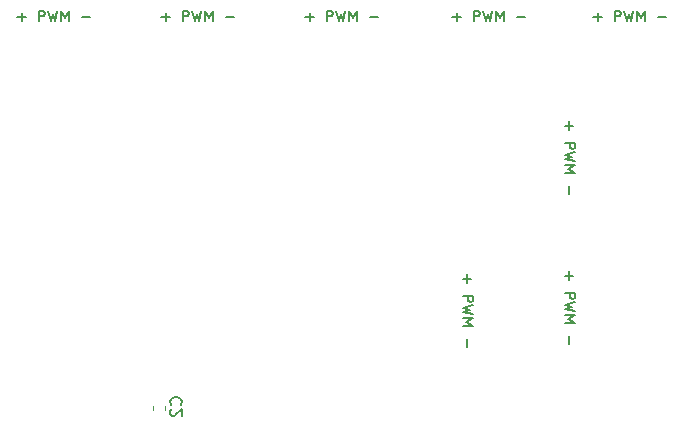
<source format=gbr>
G04 #@! TF.GenerationSoftware,KiCad,Pcbnew,(5.0.0)*
G04 #@! TF.CreationDate,2018-12-16T13:09:34-06:00*
G04 #@! TF.ProjectId,ShimbleBoard_Hardware,5368696D626C65426F6172645F486172,rev?*
G04 #@! TF.SameCoordinates,Original*
G04 #@! TF.FileFunction,Legend,Bot*
G04 #@! TF.FilePolarity,Positive*
%FSLAX46Y46*%
G04 Gerber Fmt 4.6, Leading zero omitted, Abs format (unit mm)*
G04 Created by KiCad (PCBNEW (5.0.0)) date 12/16/18 13:09:34*
%MOMM*%
%LPD*%
G01*
G04 APERTURE LIST*
%ADD10C,0.200000*%
%ADD11C,0.120000*%
%ADD12C,0.150000*%
G04 APERTURE END LIST*
D10*
X95995714Y-73216285D02*
X96681428Y-73216285D01*
X96338571Y-73559142D02*
X96338571Y-72873428D01*
X97795714Y-73559142D02*
X97795714Y-72659142D01*
X98138571Y-72659142D01*
X98224285Y-72702000D01*
X98267142Y-72744857D01*
X98310000Y-72830571D01*
X98310000Y-72959142D01*
X98267142Y-73044857D01*
X98224285Y-73087714D01*
X98138571Y-73130571D01*
X97795714Y-73130571D01*
X98610000Y-72659142D02*
X98824285Y-73559142D01*
X98995714Y-72916285D01*
X99167142Y-73559142D01*
X99381428Y-72659142D01*
X99724285Y-73559142D02*
X99724285Y-72659142D01*
X100024285Y-73302000D01*
X100324285Y-72659142D01*
X100324285Y-73559142D01*
X101438571Y-73216285D02*
X102124285Y-73216285D01*
X108187714Y-73216285D02*
X108873428Y-73216285D01*
X108530571Y-73559142D02*
X108530571Y-72873428D01*
X109987714Y-73559142D02*
X109987714Y-72659142D01*
X110330571Y-72659142D01*
X110416285Y-72702000D01*
X110459142Y-72744857D01*
X110502000Y-72830571D01*
X110502000Y-72959142D01*
X110459142Y-73044857D01*
X110416285Y-73087714D01*
X110330571Y-73130571D01*
X109987714Y-73130571D01*
X110802000Y-72659142D02*
X111016285Y-73559142D01*
X111187714Y-72916285D01*
X111359142Y-73559142D01*
X111573428Y-72659142D01*
X111916285Y-73559142D02*
X111916285Y-72659142D01*
X112216285Y-73302000D01*
X112516285Y-72659142D01*
X112516285Y-73559142D01*
X113630571Y-73216285D02*
X114316285Y-73216285D01*
X120379714Y-73216285D02*
X121065428Y-73216285D01*
X120722571Y-73559142D02*
X120722571Y-72873428D01*
X122179714Y-73559142D02*
X122179714Y-72659142D01*
X122522571Y-72659142D01*
X122608285Y-72702000D01*
X122651142Y-72744857D01*
X122694000Y-72830571D01*
X122694000Y-72959142D01*
X122651142Y-73044857D01*
X122608285Y-73087714D01*
X122522571Y-73130571D01*
X122179714Y-73130571D01*
X122994000Y-72659142D02*
X123208285Y-73559142D01*
X123379714Y-72916285D01*
X123551142Y-73559142D01*
X123765428Y-72659142D01*
X124108285Y-73559142D02*
X124108285Y-72659142D01*
X124408285Y-73302000D01*
X124708285Y-72659142D01*
X124708285Y-73559142D01*
X125822571Y-73216285D02*
X126508285Y-73216285D01*
X132825714Y-73216285D02*
X133511428Y-73216285D01*
X133168571Y-73559142D02*
X133168571Y-72873428D01*
X134625714Y-73559142D02*
X134625714Y-72659142D01*
X134968571Y-72659142D01*
X135054285Y-72702000D01*
X135097142Y-72744857D01*
X135140000Y-72830571D01*
X135140000Y-72959142D01*
X135097142Y-73044857D01*
X135054285Y-73087714D01*
X134968571Y-73130571D01*
X134625714Y-73130571D01*
X135440000Y-72659142D02*
X135654285Y-73559142D01*
X135825714Y-72916285D01*
X135997142Y-73559142D01*
X136211428Y-72659142D01*
X136554285Y-73559142D02*
X136554285Y-72659142D01*
X136854285Y-73302000D01*
X137154285Y-72659142D01*
X137154285Y-73559142D01*
X138268571Y-73216285D02*
X138954285Y-73216285D01*
X144763714Y-73216285D02*
X145449428Y-73216285D01*
X145106571Y-73559142D02*
X145106571Y-72873428D01*
X146563714Y-73559142D02*
X146563714Y-72659142D01*
X146906571Y-72659142D01*
X146992285Y-72702000D01*
X147035142Y-72744857D01*
X147078000Y-72830571D01*
X147078000Y-72959142D01*
X147035142Y-73044857D01*
X146992285Y-73087714D01*
X146906571Y-73130571D01*
X146563714Y-73130571D01*
X147378000Y-72659142D02*
X147592285Y-73559142D01*
X147763714Y-72916285D01*
X147935142Y-73559142D01*
X148149428Y-72659142D01*
X148492285Y-73559142D02*
X148492285Y-72659142D01*
X148792285Y-73302000D01*
X149092285Y-72659142D01*
X149092285Y-73559142D01*
X150206571Y-73216285D02*
X150892285Y-73216285D01*
X142683714Y-82025714D02*
X142683714Y-82711428D01*
X142340857Y-82368571D02*
X143026571Y-82368571D01*
X142340857Y-83825714D02*
X143240857Y-83825714D01*
X143240857Y-84168571D01*
X143198000Y-84254285D01*
X143155142Y-84297142D01*
X143069428Y-84340000D01*
X142940857Y-84340000D01*
X142855142Y-84297142D01*
X142812285Y-84254285D01*
X142769428Y-84168571D01*
X142769428Y-83825714D01*
X143240857Y-84640000D02*
X142340857Y-84854285D01*
X142983714Y-85025714D01*
X142340857Y-85197142D01*
X143240857Y-85411428D01*
X142340857Y-85754285D02*
X143240857Y-85754285D01*
X142598000Y-86054285D01*
X143240857Y-86354285D01*
X142340857Y-86354285D01*
X142683714Y-87468571D02*
X142683714Y-88154285D01*
X134047714Y-94979714D02*
X134047714Y-95665428D01*
X133704857Y-95322571D02*
X134390571Y-95322571D01*
X133704857Y-96779714D02*
X134604857Y-96779714D01*
X134604857Y-97122571D01*
X134562000Y-97208285D01*
X134519142Y-97251142D01*
X134433428Y-97294000D01*
X134304857Y-97294000D01*
X134219142Y-97251142D01*
X134176285Y-97208285D01*
X134133428Y-97122571D01*
X134133428Y-96779714D01*
X134604857Y-97594000D02*
X133704857Y-97808285D01*
X134347714Y-97979714D01*
X133704857Y-98151142D01*
X134604857Y-98365428D01*
X133704857Y-98708285D02*
X134604857Y-98708285D01*
X133962000Y-99008285D01*
X134604857Y-99308285D01*
X133704857Y-99308285D01*
X134047714Y-100422571D02*
X134047714Y-101108285D01*
X142683714Y-94725714D02*
X142683714Y-95411428D01*
X142340857Y-95068571D02*
X143026571Y-95068571D01*
X142340857Y-96525714D02*
X143240857Y-96525714D01*
X143240857Y-96868571D01*
X143198000Y-96954285D01*
X143155142Y-96997142D01*
X143069428Y-97040000D01*
X142940857Y-97040000D01*
X142855142Y-96997142D01*
X142812285Y-96954285D01*
X142769428Y-96868571D01*
X142769428Y-96525714D01*
X143240857Y-97340000D02*
X142340857Y-97554285D01*
X142983714Y-97725714D01*
X142340857Y-97897142D01*
X143240857Y-98111428D01*
X142340857Y-98454285D02*
X143240857Y-98454285D01*
X142598000Y-98754285D01*
X143240857Y-99054285D01*
X142340857Y-99054285D01*
X142683714Y-100168571D02*
X142683714Y-100854285D01*
D11*
G04 #@! TO.C,C2*
X107440000Y-106456267D02*
X107440000Y-106113733D01*
X108460000Y-106456267D02*
X108460000Y-106113733D01*
D12*
X109831142Y-106005333D02*
X109878761Y-105957714D01*
X109926380Y-105814857D01*
X109926380Y-105719619D01*
X109878761Y-105576761D01*
X109783523Y-105481523D01*
X109688285Y-105433904D01*
X109497809Y-105386285D01*
X109354952Y-105386285D01*
X109164476Y-105433904D01*
X109069238Y-105481523D01*
X108974000Y-105576761D01*
X108926380Y-105719619D01*
X108926380Y-105814857D01*
X108974000Y-105957714D01*
X109021619Y-106005333D01*
X109021619Y-106386285D02*
X108974000Y-106433904D01*
X108926380Y-106529142D01*
X108926380Y-106767238D01*
X108974000Y-106862476D01*
X109021619Y-106910095D01*
X109116857Y-106957714D01*
X109212095Y-106957714D01*
X109354952Y-106910095D01*
X109926380Y-106338666D01*
X109926380Y-106957714D01*
G04 #@! TD*
M02*

</source>
